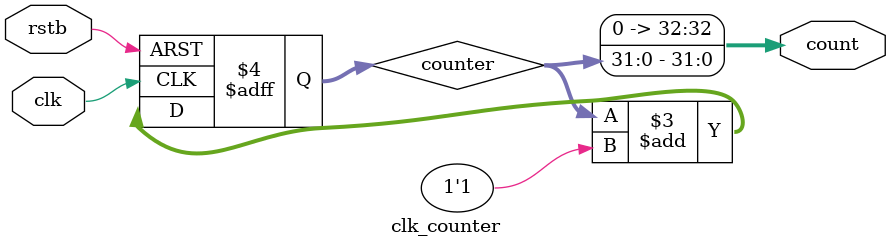
<source format=v>
`timescale 1ns/1ps

module clk_counter #(
		     parameter WIDTH=32
		     )
   (
    output wire [WIDTH:0] count,
		   
    input wire 	       clk,
    input wire 	       rstb
    );
   

   
   reg [31:0] counter;
   assign count = counter;
   
   always @( posedge clk, negedge rstb ) begin
      if ( rstb == 1'b0 )
	counter <= 0;
      else
	counter <= counter + 1'b1;
   end

endmodule // clk_counter


   

</source>
